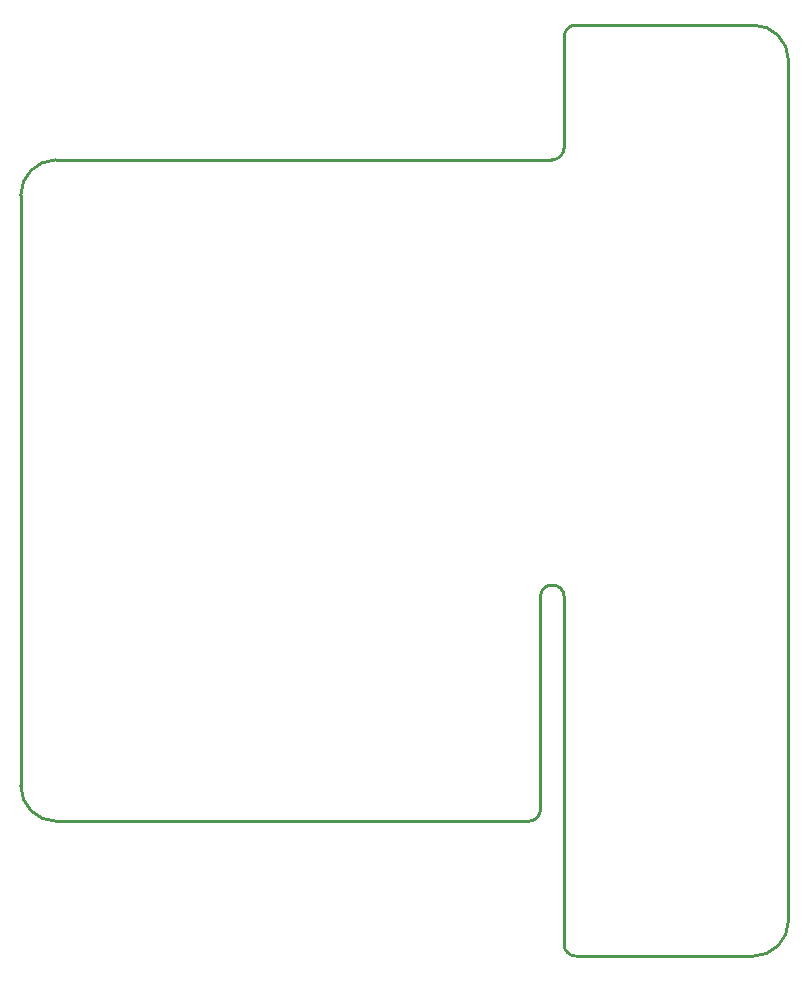
<source format=gm1>
G04 Layer_Color=16711935*
%FSLAX25Y25*%
%MOIN*%
G70*
G01*
G75*
%ADD31C,0.01000*%
D31*
X169291Y0D02*
G03*
X173228Y3937I0J3937D01*
G01*
X185072Y265400D02*
G03*
X181135Y261463I0J-3937D01*
G01*
X177132Y220505D02*
G03*
X181069Y224442I0J3937D01*
G01*
X255911Y253622D02*
G03*
X244100Y265433I-11811J0D01*
G01*
X244094Y-44961D02*
G03*
X255906Y-33150I0J11811D01*
G01*
X181102Y-41024D02*
G03*
X185039Y-44961I3937J0D01*
G01*
X181102Y74803D02*
G03*
X173228Y74803I-3937J0D01*
G01*
X11811Y220472D02*
G03*
X0Y208661I0J-11811D01*
G01*
Y11811D02*
G03*
X11811Y0I11811J0D01*
G01*
X181102Y224442D02*
Y261463D01*
X185072Y265433D02*
X244100D01*
X185039Y-44961D02*
X244094D01*
X181102Y-41024D02*
Y74803D01*
X173228Y3937D02*
Y74803D01*
X11811Y0D02*
X169291D01*
X0Y11811D02*
Y147638D01*
Y208661D01*
X11811Y220472D02*
X177132D01*
X255906Y-33150D02*
Y253622D01*
M02*

</source>
